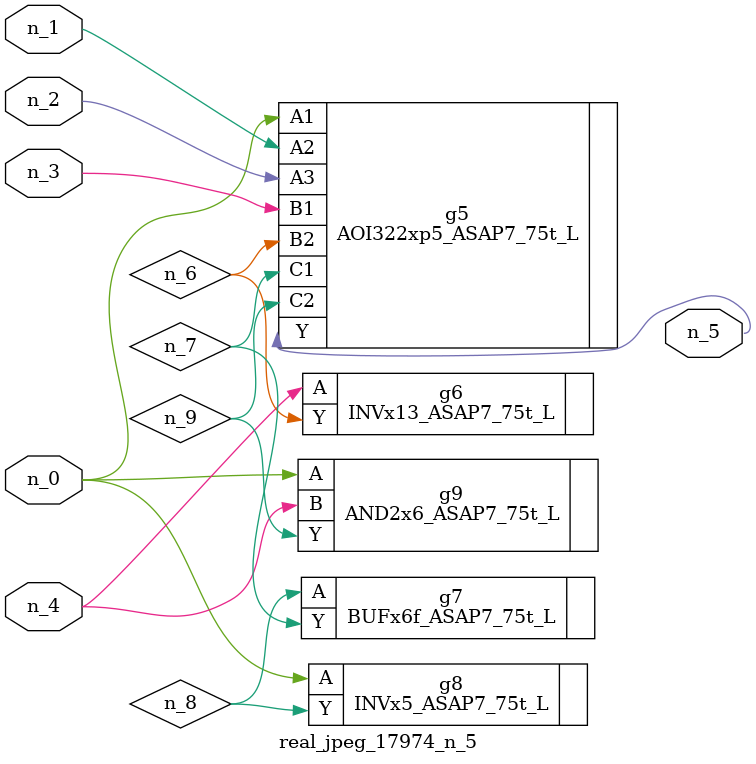
<source format=v>
module real_jpeg_17974_n_5 (n_4, n_0, n_1, n_2, n_3, n_5);

input n_4;
input n_0;
input n_1;
input n_2;
input n_3;

output n_5;

wire n_8;
wire n_6;
wire n_7;
wire n_9;

AOI322xp5_ASAP7_75t_L g5 ( 
.A1(n_0),
.A2(n_1),
.A3(n_2),
.B1(n_3),
.B2(n_6),
.C1(n_7),
.C2(n_9),
.Y(n_5)
);

INVx5_ASAP7_75t_L g8 ( 
.A(n_0),
.Y(n_8)
);

AND2x6_ASAP7_75t_L g9 ( 
.A(n_0),
.B(n_4),
.Y(n_9)
);

INVx13_ASAP7_75t_L g6 ( 
.A(n_4),
.Y(n_6)
);

BUFx6f_ASAP7_75t_L g7 ( 
.A(n_8),
.Y(n_7)
);


endmodule
</source>
